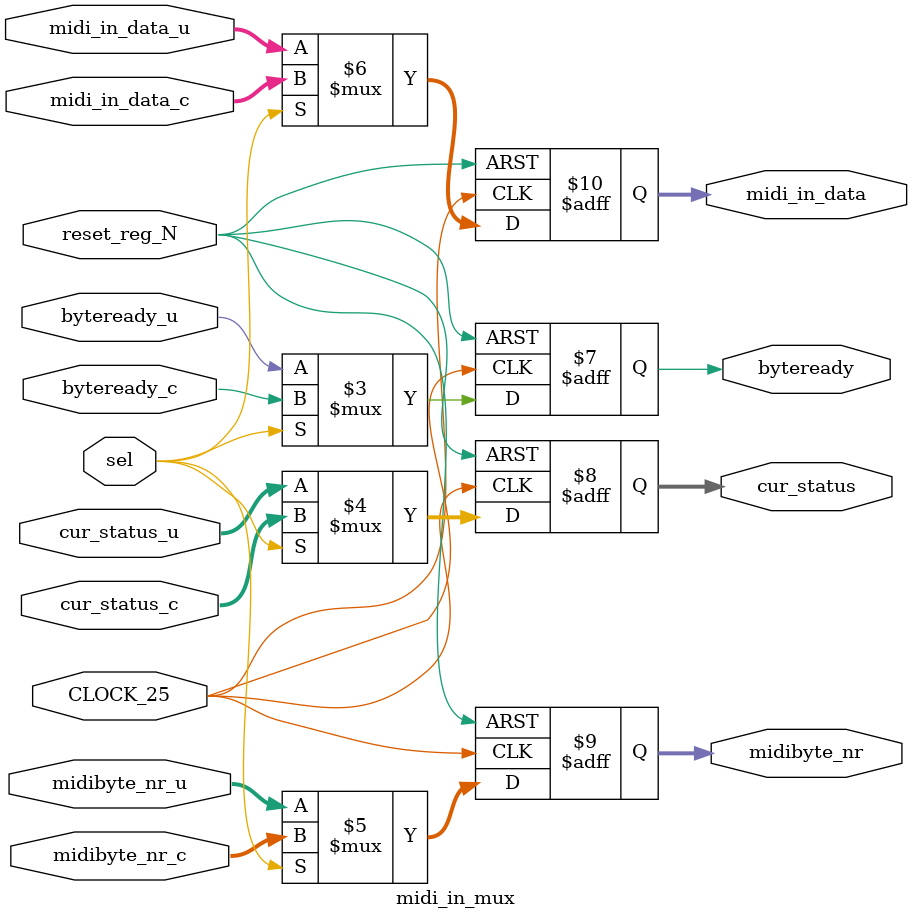
<source format=sv>
module midi_in_mux (
	input               reset_reg_N,
	input               CLOCK_25,
    input               sel,
    input               byteready_u,
    input       [7:0]   cur_status_u,
    input       [7:0]   midibyte_nr_u,
    input       [7:0]   midi_in_data_u,
    input               byteready_c,
    input       [7:0]   cur_status_c,
    input       [7:0]   midibyte_nr_c,
    input       [7:0]   midi_in_data_c,
	output reg          byteready,
	output reg  [7:0]   cur_status,
	output reg  [7:0]   midibyte_nr,
	output reg  [7:0]   midi_in_data
);

    always @(negedge reset_reg_N or posedge CLOCK_25) begin
        if(!reset_reg_N) begin
            byteready    <= 1'b0;
            cur_status   <= 8'h00;
            midibyte_nr  <= 8'h00;
            midi_in_data <= 8'h00;
        end
        else begin
            byteready    <= sel ? byteready_c : byteready_u;
            cur_status   <= sel ? cur_status_c : cur_status_u;
            midibyte_nr  <= sel ? midibyte_nr_c : midibyte_nr_u;
            midi_in_data <= sel ? midi_in_data_c : midi_in_data_u;
        end
    end
        
endmodule

</source>
